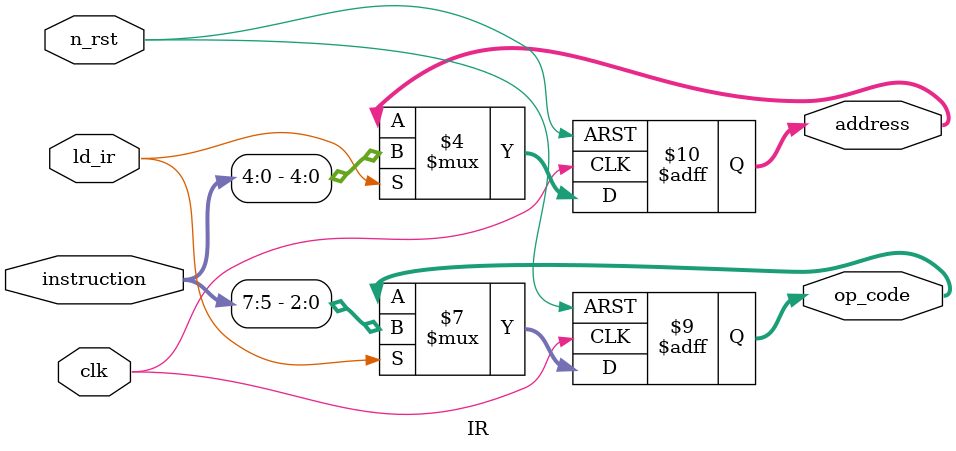
<source format=v>
module IR #(
    parameter ADDRESS_WIDTH = 5,
    parameter INSTRUCTION_WIDTH = 8 ,
    parameter OP_CODE_WIDTH = INSTRUCTION_WIDTH - ADDRESS_WIDTH
)
(
    input clk,
    input n_rst,
    input ld_ir,
    input [INSTRUCTION_WIDTH - 1 : 0] instruction,
    output reg [OP_CODE_WIDTH - 1 : 0] op_code,
    output reg [ADDRESS_WIDTH - 1 : 0] address
);

always @(posedge clk or negedge n_rst) begin
    if (!n_rst) begin
        op_code <= 3'b0;
        address <= 5'b0 ;
    end
    else if (ld_ir) begin
        op_code <= instruction[INSTRUCTION_WIDTH - 1 : ADDRESS_WIDTH] ;
        address <= instruction[ADDRESS_WIDTH - 1 : 0] ;
    end
    else begin
        op_code <= op_code ;
        address <= address ;
    end
end

endmodule
</source>
